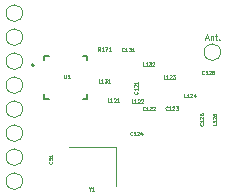
<source format=gbr>
G04 #@! TF.GenerationSoftware,KiCad,Pcbnew,(5.1.5-0-10_14)*
G04 #@! TF.CreationDate,2020-02-28T08:34:56+01:00*
G04 #@! TF.ProjectId,CC1101_Module,43433131-3031-45f4-9d6f-64756c652e6b,rev?*
G04 #@! TF.SameCoordinates,Original*
G04 #@! TF.FileFunction,Legend,Top*
G04 #@! TF.FilePolarity,Positive*
%FSLAX46Y46*%
G04 Gerber Fmt 4.6, Leading zero omitted, Abs format (unit mm)*
G04 Created by KiCad (PCBNEW (5.1.5-0-10_14)) date 2020-02-28 08:34:56*
%MOMM*%
%LPD*%
G04 APERTURE LIST*
%ADD10C,0.120000*%
%ADD11C,0.127000*%
%ADD12C,0.200000*%
%ADD13C,0.125000*%
%ADD14C,0.075000*%
%ADD15C,0.050000*%
%ADD16C,0.015000*%
G04 APERTURE END LIST*
D10*
X55056000Y-52578000D02*
G75*
G03X55056000Y-52578000I-700000J0D01*
G01*
X55056000Y-46482000D02*
G75*
G03X55056000Y-46482000I-700000J0D01*
G01*
X55056000Y-40386000D02*
G75*
G03X55056000Y-40386000I-700000J0D01*
G01*
X55056000Y-50546000D02*
G75*
G03X55056000Y-50546000I-700000J0D01*
G01*
X55056000Y-44450000D02*
G75*
G03X55056000Y-44450000I-700000J0D01*
G01*
X55056000Y-42418000D02*
G75*
G03X55056000Y-42418000I-700000J0D01*
G01*
X55056000Y-54610000D02*
G75*
G03X55056000Y-54610000I-700000J0D01*
G01*
X71820000Y-43688000D02*
G75*
G03X71820000Y-43688000I-700000J0D01*
G01*
X55056000Y-48514000D02*
G75*
G03X55056000Y-48514000I-700000J0D01*
G01*
X62960000Y-51690000D02*
X58960000Y-51690000D01*
X62960000Y-54990000D02*
X62960000Y-51690000D01*
D11*
X56874400Y-43971200D02*
X56874400Y-44346200D01*
X56874400Y-47621200D02*
X56874400Y-47246200D01*
X60524400Y-43971200D02*
X60524400Y-44346200D01*
X60524400Y-47621200D02*
X60524400Y-47246200D01*
X56874400Y-43971200D02*
X57249400Y-43971200D01*
X56874400Y-47621200D02*
X57249400Y-47621200D01*
X60524400Y-43971200D02*
X60149400Y-43971200D01*
X60524400Y-47621200D02*
X60149400Y-47621200D01*
D12*
X56019400Y-44796200D02*
G75*
G03X56019400Y-44796200I-100000J0D01*
G01*
D13*
X70512857Y-42501333D02*
X70750952Y-42501333D01*
X70465238Y-42644190D02*
X70631904Y-42144190D01*
X70798571Y-42644190D01*
X70965238Y-42310857D02*
X70965238Y-42644190D01*
X70965238Y-42358476D02*
X70989047Y-42334666D01*
X71036666Y-42310857D01*
X71108095Y-42310857D01*
X71155714Y-42334666D01*
X71179523Y-42382285D01*
X71179523Y-42644190D01*
X71346190Y-42310857D02*
X71536666Y-42310857D01*
X71417619Y-42144190D02*
X71417619Y-42572761D01*
X71441428Y-42620380D01*
X71489047Y-42644190D01*
X71536666Y-42644190D01*
X71703333Y-42596571D02*
X71727142Y-42620380D01*
X71703333Y-42644190D01*
X71679523Y-42620380D01*
X71703333Y-42596571D01*
X71703333Y-42644190D01*
D14*
X71458914Y-49713314D02*
X71458914Y-49856171D01*
X71158914Y-49856171D01*
X71458914Y-49456171D02*
X71458914Y-49627600D01*
X71458914Y-49541885D02*
X71158914Y-49541885D01*
X71201771Y-49570457D01*
X71230342Y-49599028D01*
X71244628Y-49627600D01*
X71187485Y-49341885D02*
X71173200Y-49327600D01*
X71158914Y-49299028D01*
X71158914Y-49227600D01*
X71173200Y-49199028D01*
X71187485Y-49184742D01*
X71216057Y-49170457D01*
X71244628Y-49170457D01*
X71287485Y-49184742D01*
X71458914Y-49356171D01*
X71458914Y-49170457D01*
X71158914Y-48899028D02*
X71158914Y-49041885D01*
X71301771Y-49056171D01*
X71287485Y-49041885D01*
X71273200Y-49013314D01*
X71273200Y-48941885D01*
X71287485Y-48913314D01*
X71301771Y-48899028D01*
X71330342Y-48884742D01*
X71401771Y-48884742D01*
X71430342Y-48899028D01*
X71444628Y-48913314D01*
X71458914Y-48941885D01*
X71458914Y-49013314D01*
X71444628Y-49041885D01*
X71430342Y-49056171D01*
X70338142Y-49713314D02*
X70352428Y-49727600D01*
X70366714Y-49770457D01*
X70366714Y-49799028D01*
X70352428Y-49841885D01*
X70323857Y-49870457D01*
X70295285Y-49884742D01*
X70238142Y-49899028D01*
X70195285Y-49899028D01*
X70138142Y-49884742D01*
X70109571Y-49870457D01*
X70081000Y-49841885D01*
X70066714Y-49799028D01*
X70066714Y-49770457D01*
X70081000Y-49727600D01*
X70095285Y-49713314D01*
X70366714Y-49427600D02*
X70366714Y-49599028D01*
X70366714Y-49513314D02*
X70066714Y-49513314D01*
X70109571Y-49541885D01*
X70138142Y-49570457D01*
X70152428Y-49599028D01*
X70095285Y-49313314D02*
X70081000Y-49299028D01*
X70066714Y-49270457D01*
X70066714Y-49199028D01*
X70081000Y-49170457D01*
X70095285Y-49156171D01*
X70123857Y-49141885D01*
X70152428Y-49141885D01*
X70195285Y-49156171D01*
X70366714Y-49327600D01*
X70366714Y-49141885D01*
X70066714Y-48884742D02*
X70066714Y-48941885D01*
X70081000Y-48970457D01*
X70095285Y-48984742D01*
X70138142Y-49013314D01*
X70195285Y-49027600D01*
X70309571Y-49027600D01*
X70338142Y-49013314D01*
X70352428Y-48999028D01*
X70366714Y-48970457D01*
X70366714Y-48913314D01*
X70352428Y-48884742D01*
X70338142Y-48870457D01*
X70309571Y-48856171D01*
X70238142Y-48856171D01*
X70209571Y-48870457D01*
X70195285Y-48884742D01*
X70181000Y-48913314D01*
X70181000Y-48970457D01*
X70195285Y-48999028D01*
X70209571Y-49013314D01*
X70238142Y-49027600D01*
X70428685Y-45547742D02*
X70414400Y-45562028D01*
X70371542Y-45576314D01*
X70342971Y-45576314D01*
X70300114Y-45562028D01*
X70271542Y-45533457D01*
X70257257Y-45504885D01*
X70242971Y-45447742D01*
X70242971Y-45404885D01*
X70257257Y-45347742D01*
X70271542Y-45319171D01*
X70300114Y-45290600D01*
X70342971Y-45276314D01*
X70371542Y-45276314D01*
X70414400Y-45290600D01*
X70428685Y-45304885D01*
X70714400Y-45576314D02*
X70542971Y-45576314D01*
X70628685Y-45576314D02*
X70628685Y-45276314D01*
X70600114Y-45319171D01*
X70571542Y-45347742D01*
X70542971Y-45362028D01*
X70828685Y-45304885D02*
X70842971Y-45290600D01*
X70871542Y-45276314D01*
X70942971Y-45276314D01*
X70971542Y-45290600D01*
X70985828Y-45304885D01*
X71000114Y-45333457D01*
X71000114Y-45362028D01*
X70985828Y-45404885D01*
X70814400Y-45576314D01*
X71000114Y-45576314D01*
X71271542Y-45276314D02*
X71128685Y-45276314D01*
X71114400Y-45419171D01*
X71128685Y-45404885D01*
X71157257Y-45390600D01*
X71228685Y-45390600D01*
X71257257Y-45404885D01*
X71271542Y-45419171D01*
X71285828Y-45447742D01*
X71285828Y-45519171D01*
X71271542Y-45547742D01*
X71257257Y-45562028D01*
X71228685Y-45576314D01*
X71157257Y-45576314D01*
X71128685Y-45562028D01*
X71114400Y-45547742D01*
D15*
X60733142Y-55300457D02*
X60733142Y-55443314D01*
X60633142Y-55143314D02*
X60733142Y-55300457D01*
X60833142Y-55143314D01*
X61090285Y-55443314D02*
X60918857Y-55443314D01*
X61004571Y-55443314D02*
X61004571Y-55143314D01*
X60976000Y-55186171D01*
X60947428Y-55214742D01*
X60918857Y-55229028D01*
D16*
X58572428Y-45606514D02*
X58572428Y-45849371D01*
X58586714Y-45877942D01*
X58601000Y-45892228D01*
X58629571Y-45906514D01*
X58686714Y-45906514D01*
X58715285Y-45892228D01*
X58729571Y-45877942D01*
X58743857Y-45849371D01*
X58743857Y-45606514D01*
X59043857Y-45906514D02*
X58872428Y-45906514D01*
X58958142Y-45906514D02*
X58958142Y-45606514D01*
X58929571Y-45649371D01*
X58901000Y-45677942D01*
X58872428Y-45692228D01*
D14*
X61640285Y-43569714D02*
X61540285Y-43426857D01*
X61468857Y-43569714D02*
X61468857Y-43269714D01*
X61583142Y-43269714D01*
X61611714Y-43284000D01*
X61626000Y-43298285D01*
X61640285Y-43326857D01*
X61640285Y-43369714D01*
X61626000Y-43398285D01*
X61611714Y-43412571D01*
X61583142Y-43426857D01*
X61468857Y-43426857D01*
X61926000Y-43569714D02*
X61754571Y-43569714D01*
X61840285Y-43569714D02*
X61840285Y-43269714D01*
X61811714Y-43312571D01*
X61783142Y-43341142D01*
X61754571Y-43355428D01*
X62026000Y-43269714D02*
X62226000Y-43269714D01*
X62097428Y-43569714D01*
X62497428Y-43569714D02*
X62326000Y-43569714D01*
X62411714Y-43569714D02*
X62411714Y-43269714D01*
X62383142Y-43312571D01*
X62354571Y-43341142D01*
X62326000Y-43355428D01*
X65386785Y-44839714D02*
X65243928Y-44839714D01*
X65243928Y-44539714D01*
X65643928Y-44839714D02*
X65472500Y-44839714D01*
X65558214Y-44839714D02*
X65558214Y-44539714D01*
X65529642Y-44582571D01*
X65501071Y-44611142D01*
X65472500Y-44625428D01*
X65743928Y-44539714D02*
X65929642Y-44539714D01*
X65829642Y-44654000D01*
X65872500Y-44654000D01*
X65901071Y-44668285D01*
X65915357Y-44682571D01*
X65929642Y-44711142D01*
X65929642Y-44782571D01*
X65915357Y-44811142D01*
X65901071Y-44825428D01*
X65872500Y-44839714D01*
X65786785Y-44839714D01*
X65758214Y-44825428D01*
X65743928Y-44811142D01*
X66043928Y-44568285D02*
X66058214Y-44554000D01*
X66086785Y-44539714D01*
X66158214Y-44539714D01*
X66186785Y-44554000D01*
X66201071Y-44568285D01*
X66215357Y-44596857D01*
X66215357Y-44625428D01*
X66201071Y-44668285D01*
X66029642Y-44839714D01*
X66215357Y-44839714D01*
X61640285Y-46262114D02*
X61497428Y-46262114D01*
X61497428Y-45962114D01*
X61897428Y-46262114D02*
X61726000Y-46262114D01*
X61811714Y-46262114D02*
X61811714Y-45962114D01*
X61783142Y-46004971D01*
X61754571Y-46033542D01*
X61726000Y-46047828D01*
X61997428Y-45962114D02*
X62183142Y-45962114D01*
X62083142Y-46076400D01*
X62126000Y-46076400D01*
X62154571Y-46090685D01*
X62168857Y-46104971D01*
X62183142Y-46133542D01*
X62183142Y-46204971D01*
X62168857Y-46233542D01*
X62154571Y-46247828D01*
X62126000Y-46262114D01*
X62040285Y-46262114D01*
X62011714Y-46247828D01*
X61997428Y-46233542D01*
X62468857Y-46262114D02*
X62297428Y-46262114D01*
X62383142Y-46262114D02*
X62383142Y-45962114D01*
X62354571Y-46004971D01*
X62326000Y-46033542D01*
X62297428Y-46047828D01*
X68879285Y-47506714D02*
X68736428Y-47506714D01*
X68736428Y-47206714D01*
X69136428Y-47506714D02*
X68965000Y-47506714D01*
X69050714Y-47506714D02*
X69050714Y-47206714D01*
X69022142Y-47249571D01*
X68993571Y-47278142D01*
X68965000Y-47292428D01*
X69250714Y-47235285D02*
X69265000Y-47221000D01*
X69293571Y-47206714D01*
X69365000Y-47206714D01*
X69393571Y-47221000D01*
X69407857Y-47235285D01*
X69422142Y-47263857D01*
X69422142Y-47292428D01*
X69407857Y-47335285D01*
X69236428Y-47506714D01*
X69422142Y-47506714D01*
X69679285Y-47306714D02*
X69679285Y-47506714D01*
X69607857Y-47192428D02*
X69536428Y-47406714D01*
X69722142Y-47406714D01*
X67126685Y-45931914D02*
X66983828Y-45931914D01*
X66983828Y-45631914D01*
X67383828Y-45931914D02*
X67212400Y-45931914D01*
X67298114Y-45931914D02*
X67298114Y-45631914D01*
X67269542Y-45674771D01*
X67240971Y-45703342D01*
X67212400Y-45717628D01*
X67498114Y-45660485D02*
X67512400Y-45646200D01*
X67540971Y-45631914D01*
X67612400Y-45631914D01*
X67640971Y-45646200D01*
X67655257Y-45660485D01*
X67669542Y-45689057D01*
X67669542Y-45717628D01*
X67655257Y-45760485D01*
X67483828Y-45931914D01*
X67669542Y-45931914D01*
X67769542Y-45631914D02*
X67955257Y-45631914D01*
X67855257Y-45746200D01*
X67898114Y-45746200D01*
X67926685Y-45760485D01*
X67940971Y-45774771D01*
X67955257Y-45803342D01*
X67955257Y-45874771D01*
X67940971Y-45903342D01*
X67926685Y-45917628D01*
X67898114Y-45931914D01*
X67812400Y-45931914D01*
X67783828Y-45917628D01*
X67769542Y-45903342D01*
X64421585Y-47976614D02*
X64278728Y-47976614D01*
X64278728Y-47676614D01*
X64678728Y-47976614D02*
X64507300Y-47976614D01*
X64593014Y-47976614D02*
X64593014Y-47676614D01*
X64564442Y-47719471D01*
X64535871Y-47748042D01*
X64507300Y-47762328D01*
X64793014Y-47705185D02*
X64807300Y-47690900D01*
X64835871Y-47676614D01*
X64907300Y-47676614D01*
X64935871Y-47690900D01*
X64950157Y-47705185D01*
X64964442Y-47733757D01*
X64964442Y-47762328D01*
X64950157Y-47805185D01*
X64778728Y-47976614D01*
X64964442Y-47976614D01*
X65078728Y-47705185D02*
X65093014Y-47690900D01*
X65121585Y-47676614D01*
X65193014Y-47676614D01*
X65221585Y-47690900D01*
X65235871Y-47705185D01*
X65250157Y-47733757D01*
X65250157Y-47762328D01*
X65235871Y-47805185D01*
X65064442Y-47976614D01*
X65250157Y-47976614D01*
X62402285Y-47887714D02*
X62259428Y-47887714D01*
X62259428Y-47587714D01*
X62659428Y-47887714D02*
X62488000Y-47887714D01*
X62573714Y-47887714D02*
X62573714Y-47587714D01*
X62545142Y-47630571D01*
X62516571Y-47659142D01*
X62488000Y-47673428D01*
X62773714Y-47616285D02*
X62788000Y-47602000D01*
X62816571Y-47587714D01*
X62888000Y-47587714D01*
X62916571Y-47602000D01*
X62930857Y-47616285D01*
X62945142Y-47644857D01*
X62945142Y-47673428D01*
X62930857Y-47716285D01*
X62759428Y-47887714D01*
X62945142Y-47887714D01*
X63230857Y-47887714D02*
X63059428Y-47887714D01*
X63145142Y-47887714D02*
X63145142Y-47587714D01*
X63116571Y-47630571D01*
X63088000Y-47659142D01*
X63059428Y-47673428D01*
X63646885Y-43591942D02*
X63632600Y-43606228D01*
X63589742Y-43620514D01*
X63561171Y-43620514D01*
X63518314Y-43606228D01*
X63489742Y-43577657D01*
X63475457Y-43549085D01*
X63461171Y-43491942D01*
X63461171Y-43449085D01*
X63475457Y-43391942D01*
X63489742Y-43363371D01*
X63518314Y-43334800D01*
X63561171Y-43320514D01*
X63589742Y-43320514D01*
X63632600Y-43334800D01*
X63646885Y-43349085D01*
X63932600Y-43620514D02*
X63761171Y-43620514D01*
X63846885Y-43620514D02*
X63846885Y-43320514D01*
X63818314Y-43363371D01*
X63789742Y-43391942D01*
X63761171Y-43406228D01*
X64032600Y-43320514D02*
X64218314Y-43320514D01*
X64118314Y-43434800D01*
X64161171Y-43434800D01*
X64189742Y-43449085D01*
X64204028Y-43463371D01*
X64218314Y-43491942D01*
X64218314Y-43563371D01*
X64204028Y-43591942D01*
X64189742Y-43606228D01*
X64161171Y-43620514D01*
X64075457Y-43620514D01*
X64046885Y-43606228D01*
X64032600Y-43591942D01*
X64504028Y-43620514D02*
X64332600Y-43620514D01*
X64418314Y-43620514D02*
X64418314Y-43320514D01*
X64389742Y-43363371D01*
X64361171Y-43391942D01*
X64332600Y-43406228D01*
X64345385Y-50691242D02*
X64331100Y-50705528D01*
X64288242Y-50719814D01*
X64259671Y-50719814D01*
X64216814Y-50705528D01*
X64188242Y-50676957D01*
X64173957Y-50648385D01*
X64159671Y-50591242D01*
X64159671Y-50548385D01*
X64173957Y-50491242D01*
X64188242Y-50462671D01*
X64216814Y-50434100D01*
X64259671Y-50419814D01*
X64288242Y-50419814D01*
X64331100Y-50434100D01*
X64345385Y-50448385D01*
X64631100Y-50719814D02*
X64459671Y-50719814D01*
X64545385Y-50719814D02*
X64545385Y-50419814D01*
X64516814Y-50462671D01*
X64488242Y-50491242D01*
X64459671Y-50505528D01*
X64745385Y-50448385D02*
X64759671Y-50434100D01*
X64788242Y-50419814D01*
X64859671Y-50419814D01*
X64888242Y-50434100D01*
X64902528Y-50448385D01*
X64916814Y-50476957D01*
X64916814Y-50505528D01*
X64902528Y-50548385D01*
X64731100Y-50719814D01*
X64916814Y-50719814D01*
X65173957Y-50519814D02*
X65173957Y-50719814D01*
X65102528Y-50405528D02*
X65031100Y-50619814D01*
X65216814Y-50619814D01*
X67329885Y-48544942D02*
X67315600Y-48559228D01*
X67272742Y-48573514D01*
X67244171Y-48573514D01*
X67201314Y-48559228D01*
X67172742Y-48530657D01*
X67158457Y-48502085D01*
X67144171Y-48444942D01*
X67144171Y-48402085D01*
X67158457Y-48344942D01*
X67172742Y-48316371D01*
X67201314Y-48287800D01*
X67244171Y-48273514D01*
X67272742Y-48273514D01*
X67315600Y-48287800D01*
X67329885Y-48302085D01*
X67615600Y-48573514D02*
X67444171Y-48573514D01*
X67529885Y-48573514D02*
X67529885Y-48273514D01*
X67501314Y-48316371D01*
X67472742Y-48344942D01*
X67444171Y-48359228D01*
X67729885Y-48302085D02*
X67744171Y-48287800D01*
X67772742Y-48273514D01*
X67844171Y-48273514D01*
X67872742Y-48287800D01*
X67887028Y-48302085D01*
X67901314Y-48330657D01*
X67901314Y-48359228D01*
X67887028Y-48402085D01*
X67715600Y-48573514D01*
X67901314Y-48573514D01*
X68001314Y-48273514D02*
X68187028Y-48273514D01*
X68087028Y-48387800D01*
X68129885Y-48387800D01*
X68158457Y-48402085D01*
X68172742Y-48416371D01*
X68187028Y-48444942D01*
X68187028Y-48516371D01*
X68172742Y-48544942D01*
X68158457Y-48559228D01*
X68129885Y-48573514D01*
X68044171Y-48573514D01*
X68015600Y-48559228D01*
X68001314Y-48544942D01*
X65399485Y-48570342D02*
X65385200Y-48584628D01*
X65342342Y-48598914D01*
X65313771Y-48598914D01*
X65270914Y-48584628D01*
X65242342Y-48556057D01*
X65228057Y-48527485D01*
X65213771Y-48470342D01*
X65213771Y-48427485D01*
X65228057Y-48370342D01*
X65242342Y-48341771D01*
X65270914Y-48313200D01*
X65313771Y-48298914D01*
X65342342Y-48298914D01*
X65385200Y-48313200D01*
X65399485Y-48327485D01*
X65685200Y-48598914D02*
X65513771Y-48598914D01*
X65599485Y-48598914D02*
X65599485Y-48298914D01*
X65570914Y-48341771D01*
X65542342Y-48370342D01*
X65513771Y-48384628D01*
X65799485Y-48327485D02*
X65813771Y-48313200D01*
X65842342Y-48298914D01*
X65913771Y-48298914D01*
X65942342Y-48313200D01*
X65956628Y-48327485D01*
X65970914Y-48356057D01*
X65970914Y-48384628D01*
X65956628Y-48427485D01*
X65785200Y-48598914D01*
X65970914Y-48598914D01*
X66085200Y-48327485D02*
X66099485Y-48313200D01*
X66128057Y-48298914D01*
X66199485Y-48298914D01*
X66228057Y-48313200D01*
X66242342Y-48327485D01*
X66256628Y-48356057D01*
X66256628Y-48384628D01*
X66242342Y-48427485D01*
X66070914Y-48598914D01*
X66256628Y-48598914D01*
X64762842Y-47046314D02*
X64777128Y-47060600D01*
X64791414Y-47103457D01*
X64791414Y-47132028D01*
X64777128Y-47174885D01*
X64748557Y-47203457D01*
X64719985Y-47217742D01*
X64662842Y-47232028D01*
X64619985Y-47232028D01*
X64562842Y-47217742D01*
X64534271Y-47203457D01*
X64505700Y-47174885D01*
X64491414Y-47132028D01*
X64491414Y-47103457D01*
X64505700Y-47060600D01*
X64519985Y-47046314D01*
X64791414Y-46760600D02*
X64791414Y-46932028D01*
X64791414Y-46846314D02*
X64491414Y-46846314D01*
X64534271Y-46874885D01*
X64562842Y-46903457D01*
X64577128Y-46932028D01*
X64519985Y-46646314D02*
X64505700Y-46632028D01*
X64491414Y-46603457D01*
X64491414Y-46532028D01*
X64505700Y-46503457D01*
X64519985Y-46489171D01*
X64548557Y-46474885D01*
X64577128Y-46474885D01*
X64619985Y-46489171D01*
X64791414Y-46660600D01*
X64791414Y-46474885D01*
X64791414Y-46189171D02*
X64791414Y-46360600D01*
X64791414Y-46274885D02*
X64491414Y-46274885D01*
X64534271Y-46303457D01*
X64562842Y-46332028D01*
X64577128Y-46360600D01*
X57536542Y-52948657D02*
X57550828Y-52962942D01*
X57565114Y-53005800D01*
X57565114Y-53034371D01*
X57550828Y-53077228D01*
X57522257Y-53105800D01*
X57493685Y-53120085D01*
X57436542Y-53134371D01*
X57393685Y-53134371D01*
X57336542Y-53120085D01*
X57307971Y-53105800D01*
X57279400Y-53077228D01*
X57265114Y-53034371D01*
X57265114Y-53005800D01*
X57279400Y-52962942D01*
X57293685Y-52948657D01*
X57265114Y-52677228D02*
X57265114Y-52820085D01*
X57407971Y-52834371D01*
X57393685Y-52820085D01*
X57379400Y-52791514D01*
X57379400Y-52720085D01*
X57393685Y-52691514D01*
X57407971Y-52677228D01*
X57436542Y-52662942D01*
X57507971Y-52662942D01*
X57536542Y-52677228D01*
X57550828Y-52691514D01*
X57565114Y-52720085D01*
X57565114Y-52791514D01*
X57550828Y-52820085D01*
X57536542Y-52834371D01*
X57565114Y-52377228D02*
X57565114Y-52548657D01*
X57565114Y-52462942D02*
X57265114Y-52462942D01*
X57307971Y-52491514D01*
X57336542Y-52520085D01*
X57350828Y-52548657D01*
M02*

</source>
